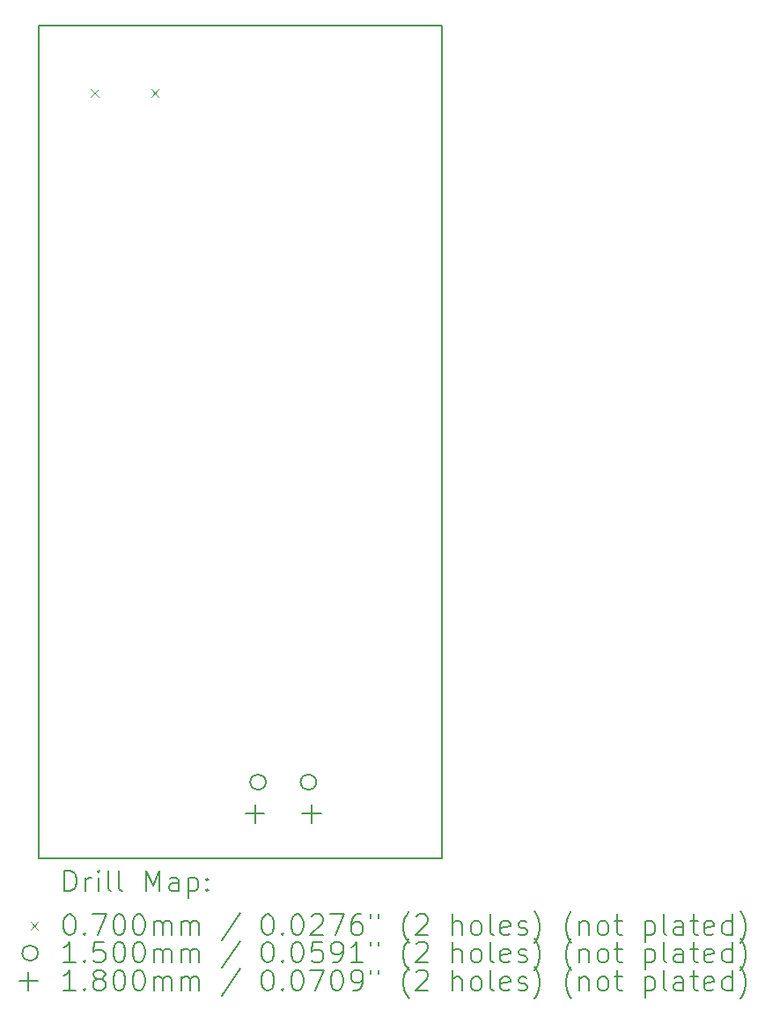
<source format=gbr>
%FSLAX45Y45*%
G04 Gerber Fmt 4.5, Leading zero omitted, Abs format (unit mm)*
G04 Created by KiCad (PCBNEW (6.0.4)) date 2022-03-30 16:46:37*
%MOMM*%
%LPD*%
G01*
G04 APERTURE LIST*
%TA.AperFunction,Profile*%
%ADD10C,0.200000*%
%TD*%
%ADD11C,0.200000*%
%ADD12C,0.070000*%
%ADD13C,0.150000*%
%ADD14C,0.180000*%
G04 APERTURE END LIST*
D10*
X10350500Y-1492250D02*
X14224000Y-1492250D01*
X14224000Y-1492250D02*
X14224000Y-9493250D01*
X14224000Y-9493250D02*
X10350500Y-9493250D01*
X10350500Y-9493250D02*
X10350500Y-1492250D01*
D11*
D12*
X10852000Y-2108000D02*
X10922000Y-2178000D01*
X10922000Y-2108000D02*
X10852000Y-2178000D01*
X11430000Y-2108000D02*
X11500000Y-2178000D01*
X11500000Y-2108000D02*
X11430000Y-2178000D01*
D13*
X12532500Y-8764500D02*
G75*
G03*
X12532500Y-8764500I-75000J0D01*
G01*
X13017500Y-8764500D02*
G75*
G03*
X13017500Y-8764500I-75000J0D01*
G01*
D14*
X12427500Y-8977500D02*
X12427500Y-9157500D01*
X12337500Y-9067500D02*
X12517500Y-9067500D01*
X12972500Y-8977500D02*
X12972500Y-9157500D01*
X12882500Y-9067500D02*
X13062500Y-9067500D01*
D11*
X10598119Y-9813726D02*
X10598119Y-9613726D01*
X10645738Y-9613726D01*
X10674310Y-9623250D01*
X10693357Y-9642298D01*
X10702881Y-9661345D01*
X10712405Y-9699440D01*
X10712405Y-9728012D01*
X10702881Y-9766107D01*
X10693357Y-9785155D01*
X10674310Y-9804202D01*
X10645738Y-9813726D01*
X10598119Y-9813726D01*
X10798119Y-9813726D02*
X10798119Y-9680393D01*
X10798119Y-9718488D02*
X10807643Y-9699440D01*
X10817167Y-9689917D01*
X10836214Y-9680393D01*
X10855262Y-9680393D01*
X10921929Y-9813726D02*
X10921929Y-9680393D01*
X10921929Y-9613726D02*
X10912405Y-9623250D01*
X10921929Y-9632774D01*
X10931452Y-9623250D01*
X10921929Y-9613726D01*
X10921929Y-9632774D01*
X11045738Y-9813726D02*
X11026690Y-9804202D01*
X11017167Y-9785155D01*
X11017167Y-9613726D01*
X11150500Y-9813726D02*
X11131452Y-9804202D01*
X11121929Y-9785155D01*
X11121929Y-9613726D01*
X11379071Y-9813726D02*
X11379071Y-9613726D01*
X11445738Y-9756583D01*
X11512405Y-9613726D01*
X11512405Y-9813726D01*
X11693357Y-9813726D02*
X11693357Y-9708964D01*
X11683833Y-9689917D01*
X11664786Y-9680393D01*
X11626690Y-9680393D01*
X11607643Y-9689917D01*
X11693357Y-9804202D02*
X11674309Y-9813726D01*
X11626690Y-9813726D01*
X11607643Y-9804202D01*
X11598119Y-9785155D01*
X11598119Y-9766107D01*
X11607643Y-9747060D01*
X11626690Y-9737536D01*
X11674309Y-9737536D01*
X11693357Y-9728012D01*
X11788595Y-9680393D02*
X11788595Y-9880393D01*
X11788595Y-9689917D02*
X11807643Y-9680393D01*
X11845738Y-9680393D01*
X11864786Y-9689917D01*
X11874309Y-9699440D01*
X11883833Y-9718488D01*
X11883833Y-9775631D01*
X11874309Y-9794679D01*
X11864786Y-9804202D01*
X11845738Y-9813726D01*
X11807643Y-9813726D01*
X11788595Y-9804202D01*
X11969548Y-9794679D02*
X11979071Y-9804202D01*
X11969548Y-9813726D01*
X11960024Y-9804202D01*
X11969548Y-9794679D01*
X11969548Y-9813726D01*
X11969548Y-9689917D02*
X11979071Y-9699440D01*
X11969548Y-9708964D01*
X11960024Y-9699440D01*
X11969548Y-9689917D01*
X11969548Y-9708964D01*
D12*
X10270500Y-10108250D02*
X10340500Y-10178250D01*
X10340500Y-10108250D02*
X10270500Y-10178250D01*
D11*
X10636214Y-10033726D02*
X10655262Y-10033726D01*
X10674310Y-10043250D01*
X10683833Y-10052774D01*
X10693357Y-10071821D01*
X10702881Y-10109917D01*
X10702881Y-10157536D01*
X10693357Y-10195631D01*
X10683833Y-10214679D01*
X10674310Y-10224202D01*
X10655262Y-10233726D01*
X10636214Y-10233726D01*
X10617167Y-10224202D01*
X10607643Y-10214679D01*
X10598119Y-10195631D01*
X10588595Y-10157536D01*
X10588595Y-10109917D01*
X10598119Y-10071821D01*
X10607643Y-10052774D01*
X10617167Y-10043250D01*
X10636214Y-10033726D01*
X10788595Y-10214679D02*
X10798119Y-10224202D01*
X10788595Y-10233726D01*
X10779071Y-10224202D01*
X10788595Y-10214679D01*
X10788595Y-10233726D01*
X10864786Y-10033726D02*
X10998119Y-10033726D01*
X10912405Y-10233726D01*
X11112405Y-10033726D02*
X11131452Y-10033726D01*
X11150500Y-10043250D01*
X11160024Y-10052774D01*
X11169548Y-10071821D01*
X11179071Y-10109917D01*
X11179071Y-10157536D01*
X11169548Y-10195631D01*
X11160024Y-10214679D01*
X11150500Y-10224202D01*
X11131452Y-10233726D01*
X11112405Y-10233726D01*
X11093357Y-10224202D01*
X11083833Y-10214679D01*
X11074310Y-10195631D01*
X11064786Y-10157536D01*
X11064786Y-10109917D01*
X11074310Y-10071821D01*
X11083833Y-10052774D01*
X11093357Y-10043250D01*
X11112405Y-10033726D01*
X11302881Y-10033726D02*
X11321928Y-10033726D01*
X11340976Y-10043250D01*
X11350500Y-10052774D01*
X11360024Y-10071821D01*
X11369548Y-10109917D01*
X11369548Y-10157536D01*
X11360024Y-10195631D01*
X11350500Y-10214679D01*
X11340976Y-10224202D01*
X11321928Y-10233726D01*
X11302881Y-10233726D01*
X11283833Y-10224202D01*
X11274309Y-10214679D01*
X11264786Y-10195631D01*
X11255262Y-10157536D01*
X11255262Y-10109917D01*
X11264786Y-10071821D01*
X11274309Y-10052774D01*
X11283833Y-10043250D01*
X11302881Y-10033726D01*
X11455262Y-10233726D02*
X11455262Y-10100393D01*
X11455262Y-10119440D02*
X11464786Y-10109917D01*
X11483833Y-10100393D01*
X11512405Y-10100393D01*
X11531452Y-10109917D01*
X11540976Y-10128964D01*
X11540976Y-10233726D01*
X11540976Y-10128964D02*
X11550500Y-10109917D01*
X11569548Y-10100393D01*
X11598119Y-10100393D01*
X11617167Y-10109917D01*
X11626690Y-10128964D01*
X11626690Y-10233726D01*
X11721928Y-10233726D02*
X11721928Y-10100393D01*
X11721928Y-10119440D02*
X11731452Y-10109917D01*
X11750500Y-10100393D01*
X11779071Y-10100393D01*
X11798119Y-10109917D01*
X11807643Y-10128964D01*
X11807643Y-10233726D01*
X11807643Y-10128964D02*
X11817167Y-10109917D01*
X11836214Y-10100393D01*
X11864786Y-10100393D01*
X11883833Y-10109917D01*
X11893357Y-10128964D01*
X11893357Y-10233726D01*
X12283833Y-10024202D02*
X12112405Y-10281345D01*
X12540976Y-10033726D02*
X12560024Y-10033726D01*
X12579071Y-10043250D01*
X12588595Y-10052774D01*
X12598119Y-10071821D01*
X12607643Y-10109917D01*
X12607643Y-10157536D01*
X12598119Y-10195631D01*
X12588595Y-10214679D01*
X12579071Y-10224202D01*
X12560024Y-10233726D01*
X12540976Y-10233726D01*
X12521928Y-10224202D01*
X12512405Y-10214679D01*
X12502881Y-10195631D01*
X12493357Y-10157536D01*
X12493357Y-10109917D01*
X12502881Y-10071821D01*
X12512405Y-10052774D01*
X12521928Y-10043250D01*
X12540976Y-10033726D01*
X12693357Y-10214679D02*
X12702881Y-10224202D01*
X12693357Y-10233726D01*
X12683833Y-10224202D01*
X12693357Y-10214679D01*
X12693357Y-10233726D01*
X12826690Y-10033726D02*
X12845738Y-10033726D01*
X12864786Y-10043250D01*
X12874309Y-10052774D01*
X12883833Y-10071821D01*
X12893357Y-10109917D01*
X12893357Y-10157536D01*
X12883833Y-10195631D01*
X12874309Y-10214679D01*
X12864786Y-10224202D01*
X12845738Y-10233726D01*
X12826690Y-10233726D01*
X12807643Y-10224202D01*
X12798119Y-10214679D01*
X12788595Y-10195631D01*
X12779071Y-10157536D01*
X12779071Y-10109917D01*
X12788595Y-10071821D01*
X12798119Y-10052774D01*
X12807643Y-10043250D01*
X12826690Y-10033726D01*
X12969548Y-10052774D02*
X12979071Y-10043250D01*
X12998119Y-10033726D01*
X13045738Y-10033726D01*
X13064786Y-10043250D01*
X13074309Y-10052774D01*
X13083833Y-10071821D01*
X13083833Y-10090869D01*
X13074309Y-10119440D01*
X12960024Y-10233726D01*
X13083833Y-10233726D01*
X13150500Y-10033726D02*
X13283833Y-10033726D01*
X13198119Y-10233726D01*
X13445738Y-10033726D02*
X13407643Y-10033726D01*
X13388595Y-10043250D01*
X13379071Y-10052774D01*
X13360024Y-10081345D01*
X13350500Y-10119440D01*
X13350500Y-10195631D01*
X13360024Y-10214679D01*
X13369548Y-10224202D01*
X13388595Y-10233726D01*
X13426690Y-10233726D01*
X13445738Y-10224202D01*
X13455262Y-10214679D01*
X13464786Y-10195631D01*
X13464786Y-10148012D01*
X13455262Y-10128964D01*
X13445738Y-10119440D01*
X13426690Y-10109917D01*
X13388595Y-10109917D01*
X13369548Y-10119440D01*
X13360024Y-10128964D01*
X13350500Y-10148012D01*
X13540976Y-10033726D02*
X13540976Y-10071821D01*
X13617167Y-10033726D02*
X13617167Y-10071821D01*
X13912405Y-10309917D02*
X13902881Y-10300393D01*
X13883833Y-10271821D01*
X13874309Y-10252774D01*
X13864786Y-10224202D01*
X13855262Y-10176583D01*
X13855262Y-10138488D01*
X13864786Y-10090869D01*
X13874309Y-10062298D01*
X13883833Y-10043250D01*
X13902881Y-10014679D01*
X13912405Y-10005155D01*
X13979071Y-10052774D02*
X13988595Y-10043250D01*
X14007643Y-10033726D01*
X14055262Y-10033726D01*
X14074309Y-10043250D01*
X14083833Y-10052774D01*
X14093357Y-10071821D01*
X14093357Y-10090869D01*
X14083833Y-10119440D01*
X13969548Y-10233726D01*
X14093357Y-10233726D01*
X14331452Y-10233726D02*
X14331452Y-10033726D01*
X14417167Y-10233726D02*
X14417167Y-10128964D01*
X14407643Y-10109917D01*
X14388595Y-10100393D01*
X14360024Y-10100393D01*
X14340976Y-10109917D01*
X14331452Y-10119440D01*
X14540976Y-10233726D02*
X14521928Y-10224202D01*
X14512405Y-10214679D01*
X14502881Y-10195631D01*
X14502881Y-10138488D01*
X14512405Y-10119440D01*
X14521928Y-10109917D01*
X14540976Y-10100393D01*
X14569548Y-10100393D01*
X14588595Y-10109917D01*
X14598119Y-10119440D01*
X14607643Y-10138488D01*
X14607643Y-10195631D01*
X14598119Y-10214679D01*
X14588595Y-10224202D01*
X14569548Y-10233726D01*
X14540976Y-10233726D01*
X14721928Y-10233726D02*
X14702881Y-10224202D01*
X14693357Y-10205155D01*
X14693357Y-10033726D01*
X14874309Y-10224202D02*
X14855262Y-10233726D01*
X14817167Y-10233726D01*
X14798119Y-10224202D01*
X14788595Y-10205155D01*
X14788595Y-10128964D01*
X14798119Y-10109917D01*
X14817167Y-10100393D01*
X14855262Y-10100393D01*
X14874309Y-10109917D01*
X14883833Y-10128964D01*
X14883833Y-10148012D01*
X14788595Y-10167060D01*
X14960024Y-10224202D02*
X14979071Y-10233726D01*
X15017167Y-10233726D01*
X15036214Y-10224202D01*
X15045738Y-10205155D01*
X15045738Y-10195631D01*
X15036214Y-10176583D01*
X15017167Y-10167060D01*
X14988595Y-10167060D01*
X14969548Y-10157536D01*
X14960024Y-10138488D01*
X14960024Y-10128964D01*
X14969548Y-10109917D01*
X14988595Y-10100393D01*
X15017167Y-10100393D01*
X15036214Y-10109917D01*
X15112405Y-10309917D02*
X15121928Y-10300393D01*
X15140976Y-10271821D01*
X15150500Y-10252774D01*
X15160024Y-10224202D01*
X15169548Y-10176583D01*
X15169548Y-10138488D01*
X15160024Y-10090869D01*
X15150500Y-10062298D01*
X15140976Y-10043250D01*
X15121928Y-10014679D01*
X15112405Y-10005155D01*
X15474309Y-10309917D02*
X15464786Y-10300393D01*
X15445738Y-10271821D01*
X15436214Y-10252774D01*
X15426690Y-10224202D01*
X15417167Y-10176583D01*
X15417167Y-10138488D01*
X15426690Y-10090869D01*
X15436214Y-10062298D01*
X15445738Y-10043250D01*
X15464786Y-10014679D01*
X15474309Y-10005155D01*
X15550500Y-10100393D02*
X15550500Y-10233726D01*
X15550500Y-10119440D02*
X15560024Y-10109917D01*
X15579071Y-10100393D01*
X15607643Y-10100393D01*
X15626690Y-10109917D01*
X15636214Y-10128964D01*
X15636214Y-10233726D01*
X15760024Y-10233726D02*
X15740976Y-10224202D01*
X15731452Y-10214679D01*
X15721928Y-10195631D01*
X15721928Y-10138488D01*
X15731452Y-10119440D01*
X15740976Y-10109917D01*
X15760024Y-10100393D01*
X15788595Y-10100393D01*
X15807643Y-10109917D01*
X15817167Y-10119440D01*
X15826690Y-10138488D01*
X15826690Y-10195631D01*
X15817167Y-10214679D01*
X15807643Y-10224202D01*
X15788595Y-10233726D01*
X15760024Y-10233726D01*
X15883833Y-10100393D02*
X15960024Y-10100393D01*
X15912405Y-10033726D02*
X15912405Y-10205155D01*
X15921928Y-10224202D01*
X15940976Y-10233726D01*
X15960024Y-10233726D01*
X16179071Y-10100393D02*
X16179071Y-10300393D01*
X16179071Y-10109917D02*
X16198119Y-10100393D01*
X16236214Y-10100393D01*
X16255262Y-10109917D01*
X16264786Y-10119440D01*
X16274309Y-10138488D01*
X16274309Y-10195631D01*
X16264786Y-10214679D01*
X16255262Y-10224202D01*
X16236214Y-10233726D01*
X16198119Y-10233726D01*
X16179071Y-10224202D01*
X16388595Y-10233726D02*
X16369548Y-10224202D01*
X16360024Y-10205155D01*
X16360024Y-10033726D01*
X16550500Y-10233726D02*
X16550500Y-10128964D01*
X16540976Y-10109917D01*
X16521928Y-10100393D01*
X16483833Y-10100393D01*
X16464786Y-10109917D01*
X16550500Y-10224202D02*
X16531452Y-10233726D01*
X16483833Y-10233726D01*
X16464786Y-10224202D01*
X16455262Y-10205155D01*
X16455262Y-10186107D01*
X16464786Y-10167060D01*
X16483833Y-10157536D01*
X16531452Y-10157536D01*
X16550500Y-10148012D01*
X16617167Y-10100393D02*
X16693357Y-10100393D01*
X16645738Y-10033726D02*
X16645738Y-10205155D01*
X16655262Y-10224202D01*
X16674309Y-10233726D01*
X16693357Y-10233726D01*
X16836214Y-10224202D02*
X16817167Y-10233726D01*
X16779071Y-10233726D01*
X16760024Y-10224202D01*
X16750500Y-10205155D01*
X16750500Y-10128964D01*
X16760024Y-10109917D01*
X16779071Y-10100393D01*
X16817167Y-10100393D01*
X16836214Y-10109917D01*
X16845738Y-10128964D01*
X16845738Y-10148012D01*
X16750500Y-10167060D01*
X17017167Y-10233726D02*
X17017167Y-10033726D01*
X17017167Y-10224202D02*
X16998119Y-10233726D01*
X16960024Y-10233726D01*
X16940976Y-10224202D01*
X16931452Y-10214679D01*
X16921929Y-10195631D01*
X16921929Y-10138488D01*
X16931452Y-10119440D01*
X16940976Y-10109917D01*
X16960024Y-10100393D01*
X16998119Y-10100393D01*
X17017167Y-10109917D01*
X17093357Y-10309917D02*
X17102881Y-10300393D01*
X17121929Y-10271821D01*
X17131452Y-10252774D01*
X17140976Y-10224202D01*
X17150500Y-10176583D01*
X17150500Y-10138488D01*
X17140976Y-10090869D01*
X17131452Y-10062298D01*
X17121929Y-10043250D01*
X17102881Y-10014679D01*
X17093357Y-10005155D01*
D13*
X10340500Y-10407250D02*
G75*
G03*
X10340500Y-10407250I-75000J0D01*
G01*
D11*
X10702881Y-10497726D02*
X10588595Y-10497726D01*
X10645738Y-10497726D02*
X10645738Y-10297726D01*
X10626690Y-10326298D01*
X10607643Y-10345345D01*
X10588595Y-10354869D01*
X10788595Y-10478679D02*
X10798119Y-10488202D01*
X10788595Y-10497726D01*
X10779071Y-10488202D01*
X10788595Y-10478679D01*
X10788595Y-10497726D01*
X10979071Y-10297726D02*
X10883833Y-10297726D01*
X10874310Y-10392964D01*
X10883833Y-10383440D01*
X10902881Y-10373917D01*
X10950500Y-10373917D01*
X10969548Y-10383440D01*
X10979071Y-10392964D01*
X10988595Y-10412012D01*
X10988595Y-10459631D01*
X10979071Y-10478679D01*
X10969548Y-10488202D01*
X10950500Y-10497726D01*
X10902881Y-10497726D01*
X10883833Y-10488202D01*
X10874310Y-10478679D01*
X11112405Y-10297726D02*
X11131452Y-10297726D01*
X11150500Y-10307250D01*
X11160024Y-10316774D01*
X11169548Y-10335821D01*
X11179071Y-10373917D01*
X11179071Y-10421536D01*
X11169548Y-10459631D01*
X11160024Y-10478679D01*
X11150500Y-10488202D01*
X11131452Y-10497726D01*
X11112405Y-10497726D01*
X11093357Y-10488202D01*
X11083833Y-10478679D01*
X11074310Y-10459631D01*
X11064786Y-10421536D01*
X11064786Y-10373917D01*
X11074310Y-10335821D01*
X11083833Y-10316774D01*
X11093357Y-10307250D01*
X11112405Y-10297726D01*
X11302881Y-10297726D02*
X11321928Y-10297726D01*
X11340976Y-10307250D01*
X11350500Y-10316774D01*
X11360024Y-10335821D01*
X11369548Y-10373917D01*
X11369548Y-10421536D01*
X11360024Y-10459631D01*
X11350500Y-10478679D01*
X11340976Y-10488202D01*
X11321928Y-10497726D01*
X11302881Y-10497726D01*
X11283833Y-10488202D01*
X11274309Y-10478679D01*
X11264786Y-10459631D01*
X11255262Y-10421536D01*
X11255262Y-10373917D01*
X11264786Y-10335821D01*
X11274309Y-10316774D01*
X11283833Y-10307250D01*
X11302881Y-10297726D01*
X11455262Y-10497726D02*
X11455262Y-10364393D01*
X11455262Y-10383440D02*
X11464786Y-10373917D01*
X11483833Y-10364393D01*
X11512405Y-10364393D01*
X11531452Y-10373917D01*
X11540976Y-10392964D01*
X11540976Y-10497726D01*
X11540976Y-10392964D02*
X11550500Y-10373917D01*
X11569548Y-10364393D01*
X11598119Y-10364393D01*
X11617167Y-10373917D01*
X11626690Y-10392964D01*
X11626690Y-10497726D01*
X11721928Y-10497726D02*
X11721928Y-10364393D01*
X11721928Y-10383440D02*
X11731452Y-10373917D01*
X11750500Y-10364393D01*
X11779071Y-10364393D01*
X11798119Y-10373917D01*
X11807643Y-10392964D01*
X11807643Y-10497726D01*
X11807643Y-10392964D02*
X11817167Y-10373917D01*
X11836214Y-10364393D01*
X11864786Y-10364393D01*
X11883833Y-10373917D01*
X11893357Y-10392964D01*
X11893357Y-10497726D01*
X12283833Y-10288202D02*
X12112405Y-10545345D01*
X12540976Y-10297726D02*
X12560024Y-10297726D01*
X12579071Y-10307250D01*
X12588595Y-10316774D01*
X12598119Y-10335821D01*
X12607643Y-10373917D01*
X12607643Y-10421536D01*
X12598119Y-10459631D01*
X12588595Y-10478679D01*
X12579071Y-10488202D01*
X12560024Y-10497726D01*
X12540976Y-10497726D01*
X12521928Y-10488202D01*
X12512405Y-10478679D01*
X12502881Y-10459631D01*
X12493357Y-10421536D01*
X12493357Y-10373917D01*
X12502881Y-10335821D01*
X12512405Y-10316774D01*
X12521928Y-10307250D01*
X12540976Y-10297726D01*
X12693357Y-10478679D02*
X12702881Y-10488202D01*
X12693357Y-10497726D01*
X12683833Y-10488202D01*
X12693357Y-10478679D01*
X12693357Y-10497726D01*
X12826690Y-10297726D02*
X12845738Y-10297726D01*
X12864786Y-10307250D01*
X12874309Y-10316774D01*
X12883833Y-10335821D01*
X12893357Y-10373917D01*
X12893357Y-10421536D01*
X12883833Y-10459631D01*
X12874309Y-10478679D01*
X12864786Y-10488202D01*
X12845738Y-10497726D01*
X12826690Y-10497726D01*
X12807643Y-10488202D01*
X12798119Y-10478679D01*
X12788595Y-10459631D01*
X12779071Y-10421536D01*
X12779071Y-10373917D01*
X12788595Y-10335821D01*
X12798119Y-10316774D01*
X12807643Y-10307250D01*
X12826690Y-10297726D01*
X13074309Y-10297726D02*
X12979071Y-10297726D01*
X12969548Y-10392964D01*
X12979071Y-10383440D01*
X12998119Y-10373917D01*
X13045738Y-10373917D01*
X13064786Y-10383440D01*
X13074309Y-10392964D01*
X13083833Y-10412012D01*
X13083833Y-10459631D01*
X13074309Y-10478679D01*
X13064786Y-10488202D01*
X13045738Y-10497726D01*
X12998119Y-10497726D01*
X12979071Y-10488202D01*
X12969548Y-10478679D01*
X13179071Y-10497726D02*
X13217167Y-10497726D01*
X13236214Y-10488202D01*
X13245738Y-10478679D01*
X13264786Y-10450107D01*
X13274309Y-10412012D01*
X13274309Y-10335821D01*
X13264786Y-10316774D01*
X13255262Y-10307250D01*
X13236214Y-10297726D01*
X13198119Y-10297726D01*
X13179071Y-10307250D01*
X13169548Y-10316774D01*
X13160024Y-10335821D01*
X13160024Y-10383440D01*
X13169548Y-10402488D01*
X13179071Y-10412012D01*
X13198119Y-10421536D01*
X13236214Y-10421536D01*
X13255262Y-10412012D01*
X13264786Y-10402488D01*
X13274309Y-10383440D01*
X13464786Y-10497726D02*
X13350500Y-10497726D01*
X13407643Y-10497726D02*
X13407643Y-10297726D01*
X13388595Y-10326298D01*
X13369548Y-10345345D01*
X13350500Y-10354869D01*
X13540976Y-10297726D02*
X13540976Y-10335821D01*
X13617167Y-10297726D02*
X13617167Y-10335821D01*
X13912405Y-10573917D02*
X13902881Y-10564393D01*
X13883833Y-10535821D01*
X13874309Y-10516774D01*
X13864786Y-10488202D01*
X13855262Y-10440583D01*
X13855262Y-10402488D01*
X13864786Y-10354869D01*
X13874309Y-10326298D01*
X13883833Y-10307250D01*
X13902881Y-10278679D01*
X13912405Y-10269155D01*
X13979071Y-10316774D02*
X13988595Y-10307250D01*
X14007643Y-10297726D01*
X14055262Y-10297726D01*
X14074309Y-10307250D01*
X14083833Y-10316774D01*
X14093357Y-10335821D01*
X14093357Y-10354869D01*
X14083833Y-10383440D01*
X13969548Y-10497726D01*
X14093357Y-10497726D01*
X14331452Y-10497726D02*
X14331452Y-10297726D01*
X14417167Y-10497726D02*
X14417167Y-10392964D01*
X14407643Y-10373917D01*
X14388595Y-10364393D01*
X14360024Y-10364393D01*
X14340976Y-10373917D01*
X14331452Y-10383440D01*
X14540976Y-10497726D02*
X14521928Y-10488202D01*
X14512405Y-10478679D01*
X14502881Y-10459631D01*
X14502881Y-10402488D01*
X14512405Y-10383440D01*
X14521928Y-10373917D01*
X14540976Y-10364393D01*
X14569548Y-10364393D01*
X14588595Y-10373917D01*
X14598119Y-10383440D01*
X14607643Y-10402488D01*
X14607643Y-10459631D01*
X14598119Y-10478679D01*
X14588595Y-10488202D01*
X14569548Y-10497726D01*
X14540976Y-10497726D01*
X14721928Y-10497726D02*
X14702881Y-10488202D01*
X14693357Y-10469155D01*
X14693357Y-10297726D01*
X14874309Y-10488202D02*
X14855262Y-10497726D01*
X14817167Y-10497726D01*
X14798119Y-10488202D01*
X14788595Y-10469155D01*
X14788595Y-10392964D01*
X14798119Y-10373917D01*
X14817167Y-10364393D01*
X14855262Y-10364393D01*
X14874309Y-10373917D01*
X14883833Y-10392964D01*
X14883833Y-10412012D01*
X14788595Y-10431060D01*
X14960024Y-10488202D02*
X14979071Y-10497726D01*
X15017167Y-10497726D01*
X15036214Y-10488202D01*
X15045738Y-10469155D01*
X15045738Y-10459631D01*
X15036214Y-10440583D01*
X15017167Y-10431060D01*
X14988595Y-10431060D01*
X14969548Y-10421536D01*
X14960024Y-10402488D01*
X14960024Y-10392964D01*
X14969548Y-10373917D01*
X14988595Y-10364393D01*
X15017167Y-10364393D01*
X15036214Y-10373917D01*
X15112405Y-10573917D02*
X15121928Y-10564393D01*
X15140976Y-10535821D01*
X15150500Y-10516774D01*
X15160024Y-10488202D01*
X15169548Y-10440583D01*
X15169548Y-10402488D01*
X15160024Y-10354869D01*
X15150500Y-10326298D01*
X15140976Y-10307250D01*
X15121928Y-10278679D01*
X15112405Y-10269155D01*
X15474309Y-10573917D02*
X15464786Y-10564393D01*
X15445738Y-10535821D01*
X15436214Y-10516774D01*
X15426690Y-10488202D01*
X15417167Y-10440583D01*
X15417167Y-10402488D01*
X15426690Y-10354869D01*
X15436214Y-10326298D01*
X15445738Y-10307250D01*
X15464786Y-10278679D01*
X15474309Y-10269155D01*
X15550500Y-10364393D02*
X15550500Y-10497726D01*
X15550500Y-10383440D02*
X15560024Y-10373917D01*
X15579071Y-10364393D01*
X15607643Y-10364393D01*
X15626690Y-10373917D01*
X15636214Y-10392964D01*
X15636214Y-10497726D01*
X15760024Y-10497726D02*
X15740976Y-10488202D01*
X15731452Y-10478679D01*
X15721928Y-10459631D01*
X15721928Y-10402488D01*
X15731452Y-10383440D01*
X15740976Y-10373917D01*
X15760024Y-10364393D01*
X15788595Y-10364393D01*
X15807643Y-10373917D01*
X15817167Y-10383440D01*
X15826690Y-10402488D01*
X15826690Y-10459631D01*
X15817167Y-10478679D01*
X15807643Y-10488202D01*
X15788595Y-10497726D01*
X15760024Y-10497726D01*
X15883833Y-10364393D02*
X15960024Y-10364393D01*
X15912405Y-10297726D02*
X15912405Y-10469155D01*
X15921928Y-10488202D01*
X15940976Y-10497726D01*
X15960024Y-10497726D01*
X16179071Y-10364393D02*
X16179071Y-10564393D01*
X16179071Y-10373917D02*
X16198119Y-10364393D01*
X16236214Y-10364393D01*
X16255262Y-10373917D01*
X16264786Y-10383440D01*
X16274309Y-10402488D01*
X16274309Y-10459631D01*
X16264786Y-10478679D01*
X16255262Y-10488202D01*
X16236214Y-10497726D01*
X16198119Y-10497726D01*
X16179071Y-10488202D01*
X16388595Y-10497726D02*
X16369548Y-10488202D01*
X16360024Y-10469155D01*
X16360024Y-10297726D01*
X16550500Y-10497726D02*
X16550500Y-10392964D01*
X16540976Y-10373917D01*
X16521928Y-10364393D01*
X16483833Y-10364393D01*
X16464786Y-10373917D01*
X16550500Y-10488202D02*
X16531452Y-10497726D01*
X16483833Y-10497726D01*
X16464786Y-10488202D01*
X16455262Y-10469155D01*
X16455262Y-10450107D01*
X16464786Y-10431060D01*
X16483833Y-10421536D01*
X16531452Y-10421536D01*
X16550500Y-10412012D01*
X16617167Y-10364393D02*
X16693357Y-10364393D01*
X16645738Y-10297726D02*
X16645738Y-10469155D01*
X16655262Y-10488202D01*
X16674309Y-10497726D01*
X16693357Y-10497726D01*
X16836214Y-10488202D02*
X16817167Y-10497726D01*
X16779071Y-10497726D01*
X16760024Y-10488202D01*
X16750500Y-10469155D01*
X16750500Y-10392964D01*
X16760024Y-10373917D01*
X16779071Y-10364393D01*
X16817167Y-10364393D01*
X16836214Y-10373917D01*
X16845738Y-10392964D01*
X16845738Y-10412012D01*
X16750500Y-10431060D01*
X17017167Y-10497726D02*
X17017167Y-10297726D01*
X17017167Y-10488202D02*
X16998119Y-10497726D01*
X16960024Y-10497726D01*
X16940976Y-10488202D01*
X16931452Y-10478679D01*
X16921929Y-10459631D01*
X16921929Y-10402488D01*
X16931452Y-10383440D01*
X16940976Y-10373917D01*
X16960024Y-10364393D01*
X16998119Y-10364393D01*
X17017167Y-10373917D01*
X17093357Y-10573917D02*
X17102881Y-10564393D01*
X17121929Y-10535821D01*
X17131452Y-10516774D01*
X17140976Y-10488202D01*
X17150500Y-10440583D01*
X17150500Y-10402488D01*
X17140976Y-10354869D01*
X17131452Y-10326298D01*
X17121929Y-10307250D01*
X17102881Y-10278679D01*
X17093357Y-10269155D01*
D14*
X10250500Y-10587250D02*
X10250500Y-10767250D01*
X10160500Y-10677250D02*
X10340500Y-10677250D01*
D11*
X10702881Y-10767726D02*
X10588595Y-10767726D01*
X10645738Y-10767726D02*
X10645738Y-10567726D01*
X10626690Y-10596298D01*
X10607643Y-10615345D01*
X10588595Y-10624869D01*
X10788595Y-10748679D02*
X10798119Y-10758202D01*
X10788595Y-10767726D01*
X10779071Y-10758202D01*
X10788595Y-10748679D01*
X10788595Y-10767726D01*
X10912405Y-10653440D02*
X10893357Y-10643917D01*
X10883833Y-10634393D01*
X10874310Y-10615345D01*
X10874310Y-10605821D01*
X10883833Y-10586774D01*
X10893357Y-10577250D01*
X10912405Y-10567726D01*
X10950500Y-10567726D01*
X10969548Y-10577250D01*
X10979071Y-10586774D01*
X10988595Y-10605821D01*
X10988595Y-10615345D01*
X10979071Y-10634393D01*
X10969548Y-10643917D01*
X10950500Y-10653440D01*
X10912405Y-10653440D01*
X10893357Y-10662964D01*
X10883833Y-10672488D01*
X10874310Y-10691536D01*
X10874310Y-10729631D01*
X10883833Y-10748679D01*
X10893357Y-10758202D01*
X10912405Y-10767726D01*
X10950500Y-10767726D01*
X10969548Y-10758202D01*
X10979071Y-10748679D01*
X10988595Y-10729631D01*
X10988595Y-10691536D01*
X10979071Y-10672488D01*
X10969548Y-10662964D01*
X10950500Y-10653440D01*
X11112405Y-10567726D02*
X11131452Y-10567726D01*
X11150500Y-10577250D01*
X11160024Y-10586774D01*
X11169548Y-10605821D01*
X11179071Y-10643917D01*
X11179071Y-10691536D01*
X11169548Y-10729631D01*
X11160024Y-10748679D01*
X11150500Y-10758202D01*
X11131452Y-10767726D01*
X11112405Y-10767726D01*
X11093357Y-10758202D01*
X11083833Y-10748679D01*
X11074310Y-10729631D01*
X11064786Y-10691536D01*
X11064786Y-10643917D01*
X11074310Y-10605821D01*
X11083833Y-10586774D01*
X11093357Y-10577250D01*
X11112405Y-10567726D01*
X11302881Y-10567726D02*
X11321928Y-10567726D01*
X11340976Y-10577250D01*
X11350500Y-10586774D01*
X11360024Y-10605821D01*
X11369548Y-10643917D01*
X11369548Y-10691536D01*
X11360024Y-10729631D01*
X11350500Y-10748679D01*
X11340976Y-10758202D01*
X11321928Y-10767726D01*
X11302881Y-10767726D01*
X11283833Y-10758202D01*
X11274309Y-10748679D01*
X11264786Y-10729631D01*
X11255262Y-10691536D01*
X11255262Y-10643917D01*
X11264786Y-10605821D01*
X11274309Y-10586774D01*
X11283833Y-10577250D01*
X11302881Y-10567726D01*
X11455262Y-10767726D02*
X11455262Y-10634393D01*
X11455262Y-10653440D02*
X11464786Y-10643917D01*
X11483833Y-10634393D01*
X11512405Y-10634393D01*
X11531452Y-10643917D01*
X11540976Y-10662964D01*
X11540976Y-10767726D01*
X11540976Y-10662964D02*
X11550500Y-10643917D01*
X11569548Y-10634393D01*
X11598119Y-10634393D01*
X11617167Y-10643917D01*
X11626690Y-10662964D01*
X11626690Y-10767726D01*
X11721928Y-10767726D02*
X11721928Y-10634393D01*
X11721928Y-10653440D02*
X11731452Y-10643917D01*
X11750500Y-10634393D01*
X11779071Y-10634393D01*
X11798119Y-10643917D01*
X11807643Y-10662964D01*
X11807643Y-10767726D01*
X11807643Y-10662964D02*
X11817167Y-10643917D01*
X11836214Y-10634393D01*
X11864786Y-10634393D01*
X11883833Y-10643917D01*
X11893357Y-10662964D01*
X11893357Y-10767726D01*
X12283833Y-10558202D02*
X12112405Y-10815345D01*
X12540976Y-10567726D02*
X12560024Y-10567726D01*
X12579071Y-10577250D01*
X12588595Y-10586774D01*
X12598119Y-10605821D01*
X12607643Y-10643917D01*
X12607643Y-10691536D01*
X12598119Y-10729631D01*
X12588595Y-10748679D01*
X12579071Y-10758202D01*
X12560024Y-10767726D01*
X12540976Y-10767726D01*
X12521928Y-10758202D01*
X12512405Y-10748679D01*
X12502881Y-10729631D01*
X12493357Y-10691536D01*
X12493357Y-10643917D01*
X12502881Y-10605821D01*
X12512405Y-10586774D01*
X12521928Y-10577250D01*
X12540976Y-10567726D01*
X12693357Y-10748679D02*
X12702881Y-10758202D01*
X12693357Y-10767726D01*
X12683833Y-10758202D01*
X12693357Y-10748679D01*
X12693357Y-10767726D01*
X12826690Y-10567726D02*
X12845738Y-10567726D01*
X12864786Y-10577250D01*
X12874309Y-10586774D01*
X12883833Y-10605821D01*
X12893357Y-10643917D01*
X12893357Y-10691536D01*
X12883833Y-10729631D01*
X12874309Y-10748679D01*
X12864786Y-10758202D01*
X12845738Y-10767726D01*
X12826690Y-10767726D01*
X12807643Y-10758202D01*
X12798119Y-10748679D01*
X12788595Y-10729631D01*
X12779071Y-10691536D01*
X12779071Y-10643917D01*
X12788595Y-10605821D01*
X12798119Y-10586774D01*
X12807643Y-10577250D01*
X12826690Y-10567726D01*
X12960024Y-10567726D02*
X13093357Y-10567726D01*
X13007643Y-10767726D01*
X13207643Y-10567726D02*
X13226690Y-10567726D01*
X13245738Y-10577250D01*
X13255262Y-10586774D01*
X13264786Y-10605821D01*
X13274309Y-10643917D01*
X13274309Y-10691536D01*
X13264786Y-10729631D01*
X13255262Y-10748679D01*
X13245738Y-10758202D01*
X13226690Y-10767726D01*
X13207643Y-10767726D01*
X13188595Y-10758202D01*
X13179071Y-10748679D01*
X13169548Y-10729631D01*
X13160024Y-10691536D01*
X13160024Y-10643917D01*
X13169548Y-10605821D01*
X13179071Y-10586774D01*
X13188595Y-10577250D01*
X13207643Y-10567726D01*
X13369548Y-10767726D02*
X13407643Y-10767726D01*
X13426690Y-10758202D01*
X13436214Y-10748679D01*
X13455262Y-10720107D01*
X13464786Y-10682012D01*
X13464786Y-10605821D01*
X13455262Y-10586774D01*
X13445738Y-10577250D01*
X13426690Y-10567726D01*
X13388595Y-10567726D01*
X13369548Y-10577250D01*
X13360024Y-10586774D01*
X13350500Y-10605821D01*
X13350500Y-10653440D01*
X13360024Y-10672488D01*
X13369548Y-10682012D01*
X13388595Y-10691536D01*
X13426690Y-10691536D01*
X13445738Y-10682012D01*
X13455262Y-10672488D01*
X13464786Y-10653440D01*
X13540976Y-10567726D02*
X13540976Y-10605821D01*
X13617167Y-10567726D02*
X13617167Y-10605821D01*
X13912405Y-10843917D02*
X13902881Y-10834393D01*
X13883833Y-10805821D01*
X13874309Y-10786774D01*
X13864786Y-10758202D01*
X13855262Y-10710583D01*
X13855262Y-10672488D01*
X13864786Y-10624869D01*
X13874309Y-10596298D01*
X13883833Y-10577250D01*
X13902881Y-10548679D01*
X13912405Y-10539155D01*
X13979071Y-10586774D02*
X13988595Y-10577250D01*
X14007643Y-10567726D01*
X14055262Y-10567726D01*
X14074309Y-10577250D01*
X14083833Y-10586774D01*
X14093357Y-10605821D01*
X14093357Y-10624869D01*
X14083833Y-10653440D01*
X13969548Y-10767726D01*
X14093357Y-10767726D01*
X14331452Y-10767726D02*
X14331452Y-10567726D01*
X14417167Y-10767726D02*
X14417167Y-10662964D01*
X14407643Y-10643917D01*
X14388595Y-10634393D01*
X14360024Y-10634393D01*
X14340976Y-10643917D01*
X14331452Y-10653440D01*
X14540976Y-10767726D02*
X14521928Y-10758202D01*
X14512405Y-10748679D01*
X14502881Y-10729631D01*
X14502881Y-10672488D01*
X14512405Y-10653440D01*
X14521928Y-10643917D01*
X14540976Y-10634393D01*
X14569548Y-10634393D01*
X14588595Y-10643917D01*
X14598119Y-10653440D01*
X14607643Y-10672488D01*
X14607643Y-10729631D01*
X14598119Y-10748679D01*
X14588595Y-10758202D01*
X14569548Y-10767726D01*
X14540976Y-10767726D01*
X14721928Y-10767726D02*
X14702881Y-10758202D01*
X14693357Y-10739155D01*
X14693357Y-10567726D01*
X14874309Y-10758202D02*
X14855262Y-10767726D01*
X14817167Y-10767726D01*
X14798119Y-10758202D01*
X14788595Y-10739155D01*
X14788595Y-10662964D01*
X14798119Y-10643917D01*
X14817167Y-10634393D01*
X14855262Y-10634393D01*
X14874309Y-10643917D01*
X14883833Y-10662964D01*
X14883833Y-10682012D01*
X14788595Y-10701060D01*
X14960024Y-10758202D02*
X14979071Y-10767726D01*
X15017167Y-10767726D01*
X15036214Y-10758202D01*
X15045738Y-10739155D01*
X15045738Y-10729631D01*
X15036214Y-10710583D01*
X15017167Y-10701060D01*
X14988595Y-10701060D01*
X14969548Y-10691536D01*
X14960024Y-10672488D01*
X14960024Y-10662964D01*
X14969548Y-10643917D01*
X14988595Y-10634393D01*
X15017167Y-10634393D01*
X15036214Y-10643917D01*
X15112405Y-10843917D02*
X15121928Y-10834393D01*
X15140976Y-10805821D01*
X15150500Y-10786774D01*
X15160024Y-10758202D01*
X15169548Y-10710583D01*
X15169548Y-10672488D01*
X15160024Y-10624869D01*
X15150500Y-10596298D01*
X15140976Y-10577250D01*
X15121928Y-10548679D01*
X15112405Y-10539155D01*
X15474309Y-10843917D02*
X15464786Y-10834393D01*
X15445738Y-10805821D01*
X15436214Y-10786774D01*
X15426690Y-10758202D01*
X15417167Y-10710583D01*
X15417167Y-10672488D01*
X15426690Y-10624869D01*
X15436214Y-10596298D01*
X15445738Y-10577250D01*
X15464786Y-10548679D01*
X15474309Y-10539155D01*
X15550500Y-10634393D02*
X15550500Y-10767726D01*
X15550500Y-10653440D02*
X15560024Y-10643917D01*
X15579071Y-10634393D01*
X15607643Y-10634393D01*
X15626690Y-10643917D01*
X15636214Y-10662964D01*
X15636214Y-10767726D01*
X15760024Y-10767726D02*
X15740976Y-10758202D01*
X15731452Y-10748679D01*
X15721928Y-10729631D01*
X15721928Y-10672488D01*
X15731452Y-10653440D01*
X15740976Y-10643917D01*
X15760024Y-10634393D01*
X15788595Y-10634393D01*
X15807643Y-10643917D01*
X15817167Y-10653440D01*
X15826690Y-10672488D01*
X15826690Y-10729631D01*
X15817167Y-10748679D01*
X15807643Y-10758202D01*
X15788595Y-10767726D01*
X15760024Y-10767726D01*
X15883833Y-10634393D02*
X15960024Y-10634393D01*
X15912405Y-10567726D02*
X15912405Y-10739155D01*
X15921928Y-10758202D01*
X15940976Y-10767726D01*
X15960024Y-10767726D01*
X16179071Y-10634393D02*
X16179071Y-10834393D01*
X16179071Y-10643917D02*
X16198119Y-10634393D01*
X16236214Y-10634393D01*
X16255262Y-10643917D01*
X16264786Y-10653440D01*
X16274309Y-10672488D01*
X16274309Y-10729631D01*
X16264786Y-10748679D01*
X16255262Y-10758202D01*
X16236214Y-10767726D01*
X16198119Y-10767726D01*
X16179071Y-10758202D01*
X16388595Y-10767726D02*
X16369548Y-10758202D01*
X16360024Y-10739155D01*
X16360024Y-10567726D01*
X16550500Y-10767726D02*
X16550500Y-10662964D01*
X16540976Y-10643917D01*
X16521928Y-10634393D01*
X16483833Y-10634393D01*
X16464786Y-10643917D01*
X16550500Y-10758202D02*
X16531452Y-10767726D01*
X16483833Y-10767726D01*
X16464786Y-10758202D01*
X16455262Y-10739155D01*
X16455262Y-10720107D01*
X16464786Y-10701060D01*
X16483833Y-10691536D01*
X16531452Y-10691536D01*
X16550500Y-10682012D01*
X16617167Y-10634393D02*
X16693357Y-10634393D01*
X16645738Y-10567726D02*
X16645738Y-10739155D01*
X16655262Y-10758202D01*
X16674309Y-10767726D01*
X16693357Y-10767726D01*
X16836214Y-10758202D02*
X16817167Y-10767726D01*
X16779071Y-10767726D01*
X16760024Y-10758202D01*
X16750500Y-10739155D01*
X16750500Y-10662964D01*
X16760024Y-10643917D01*
X16779071Y-10634393D01*
X16817167Y-10634393D01*
X16836214Y-10643917D01*
X16845738Y-10662964D01*
X16845738Y-10682012D01*
X16750500Y-10701060D01*
X17017167Y-10767726D02*
X17017167Y-10567726D01*
X17017167Y-10758202D02*
X16998119Y-10767726D01*
X16960024Y-10767726D01*
X16940976Y-10758202D01*
X16931452Y-10748679D01*
X16921929Y-10729631D01*
X16921929Y-10672488D01*
X16931452Y-10653440D01*
X16940976Y-10643917D01*
X16960024Y-10634393D01*
X16998119Y-10634393D01*
X17017167Y-10643917D01*
X17093357Y-10843917D02*
X17102881Y-10834393D01*
X17121929Y-10805821D01*
X17131452Y-10786774D01*
X17140976Y-10758202D01*
X17150500Y-10710583D01*
X17150500Y-10672488D01*
X17140976Y-10624869D01*
X17131452Y-10596298D01*
X17121929Y-10577250D01*
X17102881Y-10548679D01*
X17093357Y-10539155D01*
M02*

</source>
